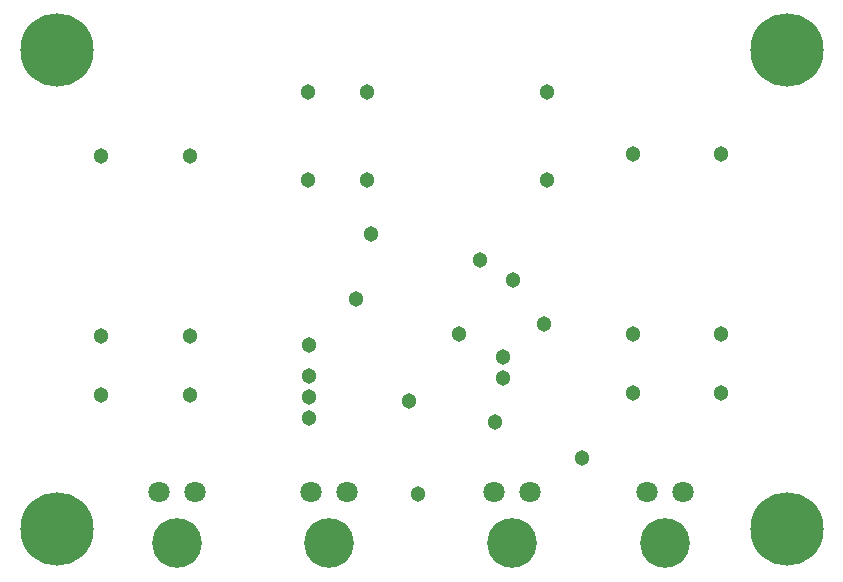
<source format=gbs>
G04*
G04 #@! TF.GenerationSoftware,Altium Limited,Altium Designer,18.1.9 (240)*
G04*
G04 Layer_Color=16711935*
%FSLAX25Y25*%
%MOIN*%
G70*
G01*
G75*
%ADD36C,0.05131*%
%ADD37C,0.24422*%
%ADD38C,0.07099*%
%ADD39C,0.16548*%
D36*
X128740Y221654D02*
D03*
X158268D02*
D03*
Y161614D02*
D03*
Y141929D02*
D03*
X128740D02*
D03*
Y161614D02*
D03*
X305906Y162402D02*
D03*
Y142717D02*
D03*
X335433D02*
D03*
Y162402D02*
D03*
Y222441D02*
D03*
X305906D02*
D03*
X277559Y243110D02*
D03*
Y213583D02*
D03*
X217520D02*
D03*
X197835D02*
D03*
Y243110D02*
D03*
X217520D02*
D03*
X262795Y147638D02*
D03*
Y154528D02*
D03*
X266201Y180315D02*
D03*
X248031Y162402D02*
D03*
X260216Y133071D02*
D03*
X254921Y187008D02*
D03*
X276378Y165748D02*
D03*
X218898Y195669D02*
D03*
X198031Y134252D02*
D03*
Y148425D02*
D03*
Y141339D02*
D03*
Y158661D02*
D03*
X213779Y173917D02*
D03*
X234252Y109028D02*
D03*
X231299Y139807D02*
D03*
X289173Y120866D02*
D03*
D37*
X113976Y97441D02*
D03*
Y256890D02*
D03*
X357283D02*
D03*
Y97441D02*
D03*
D38*
X210630Y109528D02*
D03*
X198819D02*
D03*
X160039D02*
D03*
X148228D02*
D03*
X271654D02*
D03*
X259842D02*
D03*
X322638D02*
D03*
X310827D02*
D03*
D39*
X204724Y92520D02*
D03*
X154134D02*
D03*
X265748D02*
D03*
X316732D02*
D03*
M02*

</source>
